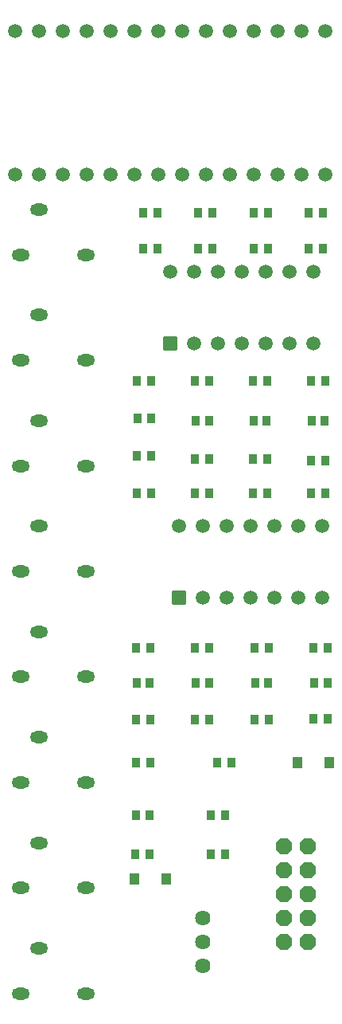
<source format=gts>
G04 Layer: TopSolderMaskLayer*
G04 EasyEDA v6.5.22, 2023-04-13 12:14:21*
G04 8c6dcb5ec9fe4ba2bbc49dbc1e847b49,f016fa541b524367aba1ea0f7d3472e8,10*
G04 Gerber Generator version 0.2*
G04 Scale: 100 percent, Rotated: No, Reflected: No *
G04 Dimensions in millimeters *
G04 leading zeros omitted , absolute positions ,4 integer and 5 decimal *
%FSLAX45Y45*%
%MOMM*%

%AMMACRO1*1,1,$1,$2,$3*1,1,$1,$4,$5*1,1,$1,0-$2,0-$3*1,1,$1,0-$4,0-$5*20,1,$1,$2,$3,$4,$5,0*20,1,$1,$4,$5,0-$2,0-$3,0*20,1,$1,0-$2,0-$3,0-$4,0-$5,0*20,1,$1,0-$4,0-$5,$2,$3,0*4,1,4,$2,$3,$4,$5,0-$2,0-$3,0-$4,0-$5,$2,$3,0*%
%AMMACRO2*4,1,8,-0.3607,-0.8712,-0.8712,-0.3607,-0.8712,0.3607,-0.3607,0.8712,0.3607,0.8712,0.8712,0.3607,0.8712,-0.3607,0.3607,-0.8712,-0.3607,-0.8712,0*%
%ADD10MACRO1,0.1016X-0.4X0.45X0.4X0.45*%
%ADD11MACRO1,0.1016X-0.475X0.575X0.475X0.575*%
%ADD12MACRO1,0.1016X0.475X-0.575X-0.475X-0.575*%
%ADD13O,1.9015964X1.3015976000000002*%
%ADD14MACRO1,0.1016X-0.4032X-0.432X-0.4032X0.432*%
%ADD15MACRO1,0.1016X0.4032X-0.432X0.4032X0.432*%
%ADD16MACRO2*%
%ADD17C,1.5032*%
%ADD18C,1.6256*%
%ADD19MACRO1,0.1016X-0.6985X0.6985X0.6985X0.6985*%
%ADD20C,1.4986*%

%LPD*%
D10*
G01*
X1593999Y2032000D03*
G01*
X1454000Y2032000D03*
G01*
X1608739Y6248400D03*
G01*
X1468739Y6248400D03*
G01*
X2226127Y6223000D03*
G01*
X2086127Y6223000D03*
G01*
X2843514Y6223508D03*
G01*
X2703515Y6223508D03*
G01*
X3460899Y6223508D03*
G01*
X3320900Y6223508D03*
G01*
X1596039Y3441700D03*
G01*
X1456039Y3441700D03*
G01*
X2226635Y3441700D03*
G01*
X2086635Y3441700D03*
G01*
X2857235Y3441700D03*
G01*
X2717236Y3441700D03*
G01*
X3487836Y3441700D03*
G01*
X3347836Y3441700D03*
D11*
G01*
X3509340Y2594729D03*
G01*
X3170859Y2594729D03*
D12*
G01*
X1430959Y1358900D03*
G01*
X1769440Y1358900D03*
D13*
G01*
X221513Y7989595D03*
G01*
X921512Y7989595D03*
G01*
X421512Y8469604D03*
G01*
X221513Y6868388D03*
G01*
X921512Y6868388D03*
G01*
X421512Y7348397D03*
G01*
X221513Y5747130D03*
G01*
X921512Y5747130D03*
G01*
X421512Y6227140D03*
G01*
X221513Y4625924D03*
G01*
X921512Y4625924D03*
G01*
X421512Y5105933D03*
G01*
X221513Y3504666D03*
G01*
X921512Y3504666D03*
G01*
X421512Y3984675D03*
G01*
X221513Y2383459D03*
G01*
X921512Y2383459D03*
G01*
X421512Y2863469D03*
G01*
X221513Y1262227D03*
G01*
X921512Y1262227D03*
G01*
X421512Y1742236D03*
G01*
X221513Y140995D03*
G01*
X921512Y140995D03*
G01*
X421512Y621004D03*
D14*
G01*
X1597277Y1619250D03*
D15*
G01*
X1446627Y1619250D03*
D14*
G01*
X1675524Y8432800D03*
D15*
G01*
X1524875Y8432800D03*
D14*
G01*
X2263961Y8432800D03*
D15*
G01*
X2113311Y8432800D03*
D14*
G01*
X2852388Y8432800D03*
D15*
G01*
X2701738Y8432800D03*
D14*
G01*
X3440824Y8432800D03*
D15*
G01*
X3290175Y8432800D03*
D14*
G01*
X1675524Y8058150D03*
D15*
G01*
X1524875Y8058150D03*
D14*
G01*
X2263959Y8058150D03*
D15*
G01*
X2113309Y8058150D03*
D14*
G01*
X2852390Y8058150D03*
D15*
G01*
X2701740Y8058150D03*
D14*
G01*
X3440824Y8058150D03*
D15*
G01*
X3290175Y8058150D03*
D14*
G01*
X1612024Y6648450D03*
D15*
G01*
X1461375Y6648450D03*
D14*
G01*
X2230260Y6648450D03*
D15*
G01*
X2079611Y6648450D03*
D14*
G01*
X2848484Y6648450D03*
D15*
G01*
X2697834Y6648450D03*
D14*
G01*
X3466720Y6648450D03*
D15*
G01*
X3316070Y6648450D03*
D14*
G01*
X1612024Y5854700D03*
D15*
G01*
X1461375Y5854700D03*
D14*
G01*
X2230255Y5816600D03*
D15*
G01*
X2079605Y5816600D03*
D14*
G01*
X2848489Y5816600D03*
D15*
G01*
X2697839Y5816600D03*
D14*
G01*
X3466720Y5803900D03*
D15*
G01*
X3316070Y5803900D03*
D14*
G01*
X1612024Y5455157D03*
D15*
G01*
X1461375Y5455157D03*
D14*
G01*
X2230260Y5455157D03*
D15*
G01*
X2079611Y5455157D03*
D14*
G01*
X2848484Y5455157D03*
D15*
G01*
X2697834Y5455157D03*
D14*
G01*
X3466720Y5455157D03*
D15*
G01*
X3316070Y5455157D03*
D14*
G01*
X2468258Y2594729D03*
D15*
G01*
X2317609Y2594729D03*
D14*
G01*
X2399424Y2032000D03*
D15*
G01*
X2248775Y2032000D03*
D14*
G01*
X1599324Y2594729D03*
D15*
G01*
X1448675Y2594729D03*
D14*
G01*
X1599324Y3048000D03*
D15*
G01*
X1448675Y3048000D03*
D14*
G01*
X2230774Y3048000D03*
D15*
G01*
X2080124Y3048000D03*
D14*
G01*
X2862210Y3048000D03*
D15*
G01*
X2711560Y3048000D03*
D14*
G01*
X3493659Y3060700D03*
D15*
G01*
X3343009Y3060700D03*
D14*
G01*
X2399424Y1619250D03*
D15*
G01*
X2248775Y1619250D03*
D14*
G01*
X1599324Y3810000D03*
D15*
G01*
X1448675Y3810000D03*
D14*
G01*
X2230768Y3810000D03*
D15*
G01*
X2080119Y3810000D03*
D14*
G01*
X2862215Y3810000D03*
D15*
G01*
X2711565Y3810000D03*
D14*
G01*
X3493659Y3810000D03*
D15*
G01*
X3343009Y3810000D03*
D16*
G01*
X3276600Y685800D03*
G01*
X3022600Y685800D03*
G01*
X3276600Y939800D03*
G01*
X3022600Y939800D03*
G01*
X3276600Y1193800D03*
G01*
X3022600Y1193800D03*
G01*
X3276600Y1447800D03*
G01*
X3022600Y1447800D03*
G01*
X3276600Y1701800D03*
G01*
X3022600Y1701800D03*
D17*
G01*
X165100Y8839200D03*
G01*
X419100Y8839200D03*
G01*
X673100Y8839200D03*
G01*
X927100Y8839200D03*
G01*
X1181100Y8839200D03*
G01*
X1435100Y8839200D03*
G01*
X1689100Y8839200D03*
G01*
X1943100Y8839200D03*
G01*
X2197100Y8839200D03*
G01*
X2451100Y8839200D03*
G01*
X2705100Y8839200D03*
G01*
X2959100Y8839200D03*
G01*
X3213100Y8839200D03*
G01*
X3467100Y8839200D03*
G01*
X3467100Y10363200D03*
G01*
X3213100Y10363200D03*
G01*
X2959100Y10363200D03*
G01*
X2705100Y10363200D03*
G01*
X2451100Y10363200D03*
G01*
X2197100Y10363200D03*
G01*
X1943100Y10363200D03*
G01*
X1689100Y10363200D03*
G01*
X1435100Y10363200D03*
G01*
X1181100Y10363200D03*
G01*
X927100Y10363200D03*
G01*
X673100Y10363200D03*
G01*
X419100Y10363200D03*
G01*
X165100Y10363200D03*
D18*
G01*
X2165350Y438175D03*
G01*
X2165350Y692175D03*
G01*
X2165350Y946175D03*
D19*
G01*
X1816100Y7048500D03*
D20*
G01*
X2070100Y7048500D03*
G01*
X2324100Y7048500D03*
G01*
X2578100Y7048500D03*
G01*
X2832100Y7048500D03*
G01*
X3086100Y7048500D03*
G01*
X3340100Y7048500D03*
G01*
X3340100Y7810500D03*
G01*
X3086100Y7810500D03*
G01*
X2832100Y7810500D03*
G01*
X2578100Y7810500D03*
G01*
X2324100Y7810500D03*
G01*
X2070100Y7810500D03*
G01*
X1816100Y7810500D03*
D19*
G01*
X1905000Y4343400D03*
D20*
G01*
X2159000Y4343400D03*
G01*
X2413000Y4343400D03*
G01*
X2667000Y4343400D03*
G01*
X2921000Y4343400D03*
G01*
X3175000Y4343400D03*
G01*
X3429000Y4343400D03*
G01*
X3429000Y5105400D03*
G01*
X3175000Y5105400D03*
G01*
X2921000Y5105400D03*
G01*
X2667000Y5105400D03*
G01*
X2413000Y5105400D03*
G01*
X2159000Y5105400D03*
G01*
X1905000Y5105400D03*
M02*

</source>
